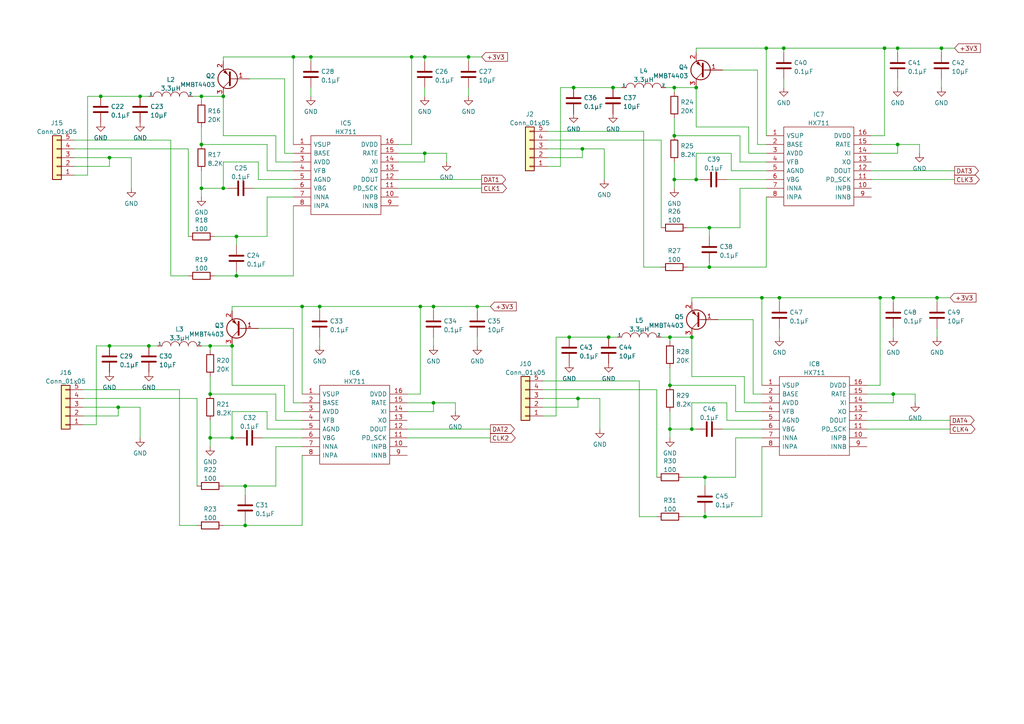
<source format=kicad_sch>
(kicad_sch (version 20211123) (generator eeschema)
  (paper "A4")
  (lib_symbols
    (symbol "Connector_Generic:Conn_01x05" (pin_names (offset 1.016) hide)
      (property "Reference" "J" (at 0 7.62 0))
      (property "Value" "Conn_01x05" (at 0 -7.62 0))
      (symbol "Conn_01x05_1_1"
        (rectangle (start -1.27 -4.953) (end 0 -5.207) (stroke (width 0.1524)))
        (rectangle (start -1.27 -2.413) (end 0 -2.667) (stroke (width 0.1524)))
        (rectangle (start -1.27 0.127) (end 0 -0.127) (stroke (width 0.1524)))
        (rectangle (start -1.27 2.667) (end 0 2.413) (stroke (width 0.1524)))
        (rectangle (start -1.27 5.207) (end 0 4.953) (stroke (width 0.1524)))
        (rectangle (start -1.27 6.35) (end 1.27 -6.35) (stroke (width 0.254)) (fill (type background)))
        (pin passive line (at -5.08 5.08 0) (length 3.81) (name "Pin_1") (number "1"))
        (pin passive line (at -5.08 2.54 0) (length 3.81) (name "Pin_2") (number "2"))
        (pin passive line (at -5.08 0 0) (length 3.81) (name "Pin_3") (number "3"))
        (pin passive line (at -5.08 -2.54 0) (length 3.81) (name "Pin_4") (number "4"))
        (pin passive line (at -5.08 -5.08 0) (length 3.81) (name "Pin_5") (number "5"))
      )
    )
    (symbol "Device:C" (pin_numbers hide) (pin_names (offset 0.254))
      (property "Reference" "C" (at 0.635 2.54 0))
      (property "Value" "C" (at 0.635 -2.54 0))
      (symbol "C_0_1"
        (polyline (pts (xy -2.032 -0.762) (xy 2.032 -0.762)) (stroke (width 0.508)))
        (polyline (pts (xy -2.032 0.762) (xy 2.032 0.762)) (stroke (width 0.508)))
      )
      (symbol "C_1_1"
        (pin passive line (at 0 3.81 270) (length 2.794) (name "~") (number "1"))
        (pin passive line (at 0 -3.81 90) (length 2.794) (name "~") (number "2"))
      )
    )
    (symbol "Device:R" (pin_numbers hide) (pin_names (offset 0))
      (property "Reference" "R" (at 2.032 0 90))
      (property "Value" "R" (at 0 0 90))
      (symbol "R_0_1"
        (rectangle (start -1.016 -2.54) (end 1.016 2.54) (stroke (width 0.254)))
      )
      (symbol "R_1_1"
        (pin passive line (at 0 3.81 270) (length 1.27) (name "~") (number "1"))
        (pin passive line (at 0 -3.81 90) (length 1.27) (name "~") (number "2"))
      )
    )
    (symbol "HX711:HX711" (pin_names (offset 0.762))
      (property "Reference" "IC" (at 26.67 7.62 0))
      (property "Value" "HX711" (at 26.67 5.08 0))
      (symbol "HX711_0_0"
        (pin passive line (at 0 0 0) (length 5.08) (name "VSUP") (number "1"))
        (pin passive line (at 30.48 -15.24 180) (length 5.08) (name "INPB") (number "10"))
        (pin passive line (at 30.48 -12.7 180) (length 5.08) (name "PD_SCK") (number "11"))
        (pin passive line (at 30.48 -10.16 180) (length 5.08) (name "DOUT") (number "12"))
        (pin passive line (at 30.48 -7.62 180) (length 5.08) (name "XO") (number "13"))
        (pin passive line (at 30.48 -5.08 180) (length 5.08) (name "XI") (number "14"))
        (pin passive line (at 30.48 -2.54 180) (length 5.08) (name "RATE") (number "15"))
        (pin passive line (at 30.48 0 180) (length 5.08) (name "DVDD") (number "16"))
        (pin passive line (at 0 -2.54 0) (length 5.08) (name "BASE") (number "2"))
        (pin passive line (at 0 -5.08 0) (length 5.08) (name "AVDD") (number "3"))
        (pin passive line (at 0 -7.62 0) (length 5.08) (name "VFB") (number "4"))
        (pin passive line (at 0 -10.16 0) (length 5.08) (name "AGND") (number "5"))
        (pin passive line (at 0 -12.7 0) (length 5.08) (name "VBG") (number "6"))
        (pin passive line (at 0 -15.24 0) (length 5.08) (name "INNA") (number "7"))
        (pin passive line (at 0 -17.78 0) (length 5.08) (name "INPA") (number "8"))
        (pin passive line (at 30.48 -17.78 180) (length 5.08) (name "INNB") (number "9"))
      )
      (symbol "HX711_0_1"
        (polyline (pts (xy 5.08 2.54) (xy 25.4 2.54) (xy 25.4 -20.32) (xy 5.08 -20.32) (xy 5.08 2.54)) (stroke (width 0.1524)))
      )
    )
    (symbol "Transistor_BJT:MMBTA92" (pin_names (offset 0) hide)
      (property "Reference" "Q" (at 5.08 1.905 0))
      (property "Value" "MMBTA92" (at 5.08 0 0))
      (symbol "MMBTA92_0_1"
        (polyline (pts (xy 0 0) (xy 0.635 0)))
        (polyline (pts (xy 2.54 -2.54) (xy 0.635 -0.635)))
        (polyline (pts (xy 2.54 2.54) (xy 0.635 0.635)))
        (polyline (pts (xy 0.635 1.905) (xy 0.635 -1.905) (xy 0.635 -1.905)) (stroke (width 0.508)) (fill (type outline)))
        (polyline (pts (xy 1.905 -2.413) (xy 2.413 -1.905) (xy 1.397 -1.397) (xy 1.905 -2.413) (xy 1.905 -2.413)) (fill (type outline)))
        (circle (center 1.27 0) (radius 2.8194) (stroke (width 0.254)))
      )
      (symbol "MMBTA92_1_1"
        (pin input line (at -5.08 0 0) (length 5.08) (name "B") (number "1"))
        (pin passive line (at 2.54 -5.08 90) (length 2.54) (name "E") (number "2"))
        (pin passive line (at 2.54 5.08 270) (length 2.54) (name "C") (number "3"))
      )
    )
    (symbol "power:GND" (power) (pin_names (offset 0))
      (property "Value" "GND" (at 0 -3.81 0))
      (symbol "GND_0_1"
        (polyline (pts (xy 0 0) (xy 0 -1.27) (xy 1.27 -1.27) (xy 0 -2.54) (xy -1.27 -1.27) (xy 0 -1.27)))
      )
      (symbol "GND_1_1"
        (pin power_in line (at 0 0 270) (length 0) hide (name "GND") (number "1"))
      )
    )
    (symbol "pspice:INDUCTOR" (pin_numbers hide) (pin_names (offset 0))
      (property "Reference" "L" (at 0 2.54 0))
      (property "Value" "INDUCTOR" (at 0 -1.27 0))
      (symbol "INDUCTOR_0_1"
        (arc (start -2.54 0) (mid -3.81 1.27) (end -5.08 0))
        (arc (start 0 0) (mid -1.27 1.27) (end -2.54 0))
        (arc (start 2.54 0) (mid 1.27 1.27) (end 0 0))
        (arc (start 5.08 0) (mid 3.81 1.27) (end 2.54 0))
      )
      (symbol "INDUCTOR_1_1"
        (pin input line (at -6.35 0 0) (length 1.27) (name "1") (number "1"))
        (pin input line (at 6.35 0 180) (length 1.27) (name "2") (number "2"))
      )
    )
  )
  (junction (at 40.64 27.94))
  (junction (at 71.12 152.4))
  (junction (at 260.35 41.91))
  (junction (at 227.33 13.97))
  (junction (at 204.47 138.43))
  (junction (at 31.75 45.72))
  (junction (at 167.64 115.57))
  (junction (at 68.58 68.58))
  (junction (at 200.66 124.46))
  (junction (at 34.29 118.11))
  (junction (at 123.19 44.45))
  (junction (at 90.17 16.51))
  (junction (at 168.91 43.18))
  (junction (at 204.47 149.86))
  (junction (at 71.12 140.97))
  (junction (at 60.96 114.3))
  (junction (at 125.73 116.84))
  (junction (at 177.8 25.4))
  (junction (at 29.21 27.94))
  (junction (at 220.98 86.36))
  (junction (at 201.93 25.4))
  (junction (at 176.53 97.79))
  (junction (at 58.42 54.61))
  (junction (at 64.77 27.94))
  (junction (at 135.89 16.51))
  (junction (at 67.31 127))
  (junction (at 259.08 114.3))
  (junction (at 123.19 16.51))
  (junction (at 205.74 66.04))
  (junction (at 205.74 77.47))
  (junction (at 64.77 54.61))
  (junction (at 195.58 25.4))
  (junction (at 260.35 13.97))
  (junction (at 226.06 86.36))
  (junction (at 138.43 88.9))
  (junction (at 271.78 86.36))
  (junction (at 87.63 88.9))
  (junction (at 121.92 88.9))
  (junction (at 259.08 86.36))
  (junction (at 92.71 88.9))
  (junction (at 166.37 25.4))
  (junction (at 125.73 88.9))
  (junction (at 194.31 111.76))
  (junction (at 165.1 97.79))
  (junction (at 255.27 86.36))
  (junction (at 195.58 39.37))
  (junction (at 119.38 16.51))
  (junction (at 43.18 100.33))
  (junction (at 60.96 100.33))
  (junction (at 273.05 13.97))
  (junction (at 195.58 52.07))
  (junction (at 194.31 124.46))
  (junction (at 58.42 27.94))
  (junction (at 201.93 52.07))
  (junction (at 58.42 41.91))
  (junction (at 60.96 127))
  (junction (at 222.25 13.97))
  (junction (at 194.31 97.79))
  (junction (at 256.54 13.97))
  (junction (at 200.66 97.79))
  (junction (at 31.75 100.33))
  (junction (at 67.31 100.33))
  (junction (at 85.09 16.51))
  (junction (at 68.58 80.01))
  (wire (pts (xy 259.08 86.36) (xy 271.78 86.36)))
  (wire (pts (xy 135.89 16.51) (xy 139.7 16.51)))
  (wire (pts (xy 77.47 41.91) (xy 58.42 41.91)))
  (wire (pts (xy 251.46 116.84) (xy 259.08 116.84)))
  (wire (pts (xy 259.08 114.3) (xy 259.08 116.84)))
  (wire (pts (xy 190.5 138.43) (xy 190.5 113.03)))
  (wire (pts (xy 205.74 77.47) (xy 222.25 77.47)))
  (wire (pts (xy 67.31 90.17) (xy 67.31 88.9)))
  (wire (pts (xy 168.91 43.18) (xy 158.75 43.18)))
  (wire (pts (xy 71.12 140.97) (xy 71.12 143.51)))
  (wire (pts (xy 175.26 43.18) (xy 168.91 43.18)))
  (wire (pts (xy 213.36 119.38) (xy 213.36 111.76)))
  (wire (pts (xy 67.31 100.33) (xy 67.31 111.76)))
  (wire (pts (xy 220.98 149.86) (xy 220.98 129.54)))
  (wire (pts (xy 58.42 36.83) (xy 58.42 41.91)))
  (wire (pts (xy 92.71 88.9) (xy 121.92 88.9)))
  (wire (pts (xy 29.21 27.94) (xy 40.64 27.94)))
  (wire (pts (xy 71.12 151.13) (xy 71.12 152.4)))
  (wire (pts (xy 195.58 52.07) (xy 195.58 54.61)))
  (wire (pts (xy 186.69 38.1) (xy 186.69 77.47)))
  (wire (pts (xy 214.63 66.04) (xy 214.63 54.61)))
  (wire (pts (xy 60.96 121.92) (xy 60.96 127)))
  (wire (pts (xy 213.36 111.76) (xy 194.31 111.76)))
  (wire (pts (xy 177.8 25.4) (xy 180.34 25.4)))
  (wire (pts (xy 87.63 88.9) (xy 87.63 114.3)))
  (wire (pts (xy 195.58 46.99) (xy 195.58 52.07)))
  (wire (pts (xy 115.57 54.61) (xy 139.7 54.61)))
  (wire (pts (xy 195.58 26.67) (xy 195.58 25.4)))
  (wire (pts (xy 138.43 88.9) (xy 142.24 88.9)))
  (wire (pts (xy 73.66 54.61) (xy 85.09 54.61)))
  (wire (pts (xy 176.53 97.79) (xy 179.07 97.79)))
  (wire (pts (xy 252.73 49.53) (xy 276.86 49.53)))
  (wire (pts (xy 220.98 119.38) (xy 213.36 119.38)))
  (wire (pts (xy 205.74 66.04) (xy 205.74 68.58)))
  (wire (pts (xy 200.66 86.36) (xy 220.98 86.36)))
  (wire (pts (xy 80.01 46.99) (xy 85.09 46.99)))
  (wire (pts (xy 123.19 16.51) (xy 123.19 17.78)))
  (wire (pts (xy 31.75 48.26) (xy 31.75 45.72)))
  (wire (pts (xy 119.38 41.91) (xy 115.57 41.91)))
  (wire (pts (xy 54.61 43.18) (xy 21.59 43.18)))
  (wire (pts (xy 191.77 97.79) (xy 194.31 97.79)))
  (wire (pts (xy 226.06 86.36) (xy 255.27 86.36)))
  (wire (pts (xy 255.27 86.36) (xy 259.08 86.36)))
  (wire (pts (xy 82.55 119.38) (xy 87.63 119.38)))
  (wire (pts (xy 67.31 119.38) (xy 77.47 119.38)))
  (wire (pts (xy 201.93 25.4) (xy 201.93 36.83)))
  (wire (pts (xy 74.93 95.25) (xy 85.09 95.25)))
  (wire (pts (xy 227.33 13.97) (xy 227.33 15.24)))
  (wire (pts (xy 64.77 27.94) (xy 64.77 39.37)))
  (wire (pts (xy 71.12 152.4) (xy 87.63 152.4)))
  (wire (pts (xy 60.96 100.33) (xy 67.31 100.33)))
  (wire (pts (xy 205.74 76.2) (xy 205.74 77.47)))
  (wire (pts (xy 58.42 54.61) (xy 64.77 54.61)))
  (wire (pts (xy 173.99 124.46) (xy 173.99 115.57)))
  (wire (pts (xy 90.17 16.51) (xy 119.38 16.51)))
  (wire (pts (xy 34.29 118.11) (xy 24.13 118.11)))
  (wire (pts (xy 80.01 114.3) (xy 60.96 114.3)))
  (wire (pts (xy 67.31 88.9) (xy 87.63 88.9)))
  (wire (pts (xy 123.19 25.4) (xy 123.19 27.94)))
  (wire (pts (xy 210.82 116.84) (xy 210.82 121.92)))
  (wire (pts (xy 266.7 41.91) (xy 266.7 44.45)))
  (wire (pts (xy 220.98 86.36) (xy 226.06 86.36)))
  (wire (pts (xy 125.73 88.9) (xy 125.73 90.17)))
  (wire (pts (xy 226.06 95.25) (xy 226.06 97.79)))
  (wire (pts (xy 209.55 124.46) (xy 220.98 124.46)))
  (wire (pts (xy 92.71 88.9) (xy 92.71 90.17)))
  (wire (pts (xy 119.38 16.51) (xy 123.19 16.51)))
  (wire (pts (xy 80.01 129.54) (xy 87.63 129.54)))
  (wire (pts (xy 218.44 92.71) (xy 218.44 114.3)))
  (wire (pts (xy 260.35 41.91) (xy 260.35 44.45)))
  (wire (pts (xy 87.63 121.92) (xy 80.01 121.92)))
  (wire (pts (xy 49.53 40.64) (xy 49.53 80.01)))
  (wire (pts (xy 55.88 27.94) (xy 58.42 27.94)))
  (wire (pts (xy 201.93 52.07) (xy 201.93 44.45)))
  (wire (pts (xy 157.48 118.11) (xy 167.64 118.11)))
  (wire (pts (xy 40.64 127) (xy 40.64 118.11)))
  (wire (pts (xy 58.42 27.94) (xy 64.77 27.94)))
  (wire (pts (xy 220.98 86.36) (xy 220.98 111.76)))
  (wire (pts (xy 260.35 13.97) (xy 273.05 13.97)))
  (wire (pts (xy 227.33 22.86) (xy 227.33 25.4)))
  (wire (pts (xy 132.08 116.84) (xy 132.08 119.38)))
  (wire (pts (xy 27.94 123.19) (xy 24.13 123.19)))
  (wire (pts (xy 215.9 109.22) (xy 215.9 116.84)))
  (wire (pts (xy 68.58 68.58) (xy 68.58 71.12)))
  (wire (pts (xy 255.27 86.36) (xy 255.27 111.76)))
  (wire (pts (xy 123.19 16.51) (xy 135.89 16.51)))
  (wire (pts (xy 82.55 22.86) (xy 82.55 44.45)))
  (wire (pts (xy 58.42 54.61) (xy 58.42 57.15)))
  (wire (pts (xy 273.05 13.97) (xy 276.86 13.97)))
  (wire (pts (xy 204.47 149.86) (xy 220.98 149.86)))
  (wire (pts (xy 190.5 113.03) (xy 157.48 113.03)))
  (wire (pts (xy 162.56 25.4) (xy 166.37 25.4)))
  (wire (pts (xy 222.25 41.91) (xy 219.71 41.91)))
  (wire (pts (xy 256.54 13.97) (xy 260.35 13.97)))
  (wire (pts (xy 271.78 86.36) (xy 271.78 87.63)))
  (wire (pts (xy 138.43 88.9) (xy 138.43 90.17)))
  (wire (pts (xy 200.66 97.79) (xy 200.66 109.22)))
  (wire (pts (xy 68.58 80.01) (xy 85.09 80.01)))
  (wire (pts (xy 85.09 95.25) (xy 85.09 116.84)))
  (wire (pts (xy 67.31 111.76) (xy 82.55 111.76)))
  (wire (pts (xy 64.77 152.4) (xy 71.12 152.4)))
  (wire (pts (xy 195.58 34.29) (xy 195.58 39.37)))
  (wire (pts (xy 222.25 46.99) (xy 214.63 46.99)))
  (wire (pts (xy 74.93 52.07) (xy 85.09 52.07)))
  (wire (pts (xy 203.2 52.07) (xy 201.93 52.07)))
  (wire (pts (xy 68.58 127) (xy 67.31 127)))
  (wire (pts (xy 92.71 97.79) (xy 92.71 100.33)))
  (wire (pts (xy 214.63 39.37) (xy 195.58 39.37)))
  (wire (pts (xy 85.09 16.51) (xy 90.17 16.51)))
  (wire (pts (xy 135.89 16.51) (xy 135.89 17.78)))
  (wire (pts (xy 251.46 114.3) (xy 259.08 114.3)))
  (wire (pts (xy 118.11 127) (xy 142.24 127)))
  (wire (pts (xy 60.96 101.6) (xy 60.96 100.33)))
  (wire (pts (xy 25.4 27.94) (xy 29.21 27.94)))
  (wire (pts (xy 80.01 140.97) (xy 71.12 140.97)))
  (wire (pts (xy 260.35 41.91) (xy 266.7 41.91)))
  (wire (pts (xy 252.73 41.91) (xy 260.35 41.91)))
  (wire (pts (xy 80.01 140.97) (xy 80.01 129.54)))
  (wire (pts (xy 212.09 49.53) (xy 222.25 49.53)))
  (wire (pts (xy 185.42 110.49) (xy 185.42 149.86)))
  (wire (pts (xy 64.77 16.51) (xy 85.09 16.51)))
  (wire (pts (xy 256.54 39.37) (xy 252.73 39.37)))
  (wire (pts (xy 60.96 127) (xy 67.31 127)))
  (wire (pts (xy 40.64 27.94) (xy 43.18 27.94)))
  (wire (pts (xy 200.66 116.84) (xy 210.82 116.84)))
  (wire (pts (xy 52.07 113.03) (xy 52.07 152.4)))
  (wire (pts (xy 62.23 68.58) (xy 68.58 68.58)))
  (wire (pts (xy 76.2 127) (xy 87.63 127)))
  (wire (pts (xy 60.96 109.22) (xy 60.96 114.3)))
  (wire (pts (xy 157.48 110.49) (xy 185.42 110.49)))
  (wire (pts (xy 118.11 124.46) (xy 142.24 124.46)))
  (wire (pts (xy 273.05 13.97) (xy 273.05 15.24)))
  (wire (pts (xy 40.64 118.11) (xy 34.29 118.11)))
  (wire (pts (xy 85.09 49.53) (xy 77.47 49.53)))
  (wire (pts (xy 85.09 16.51) (xy 85.09 41.91)))
  (wire (pts (xy 226.06 86.36) (xy 226.06 87.63)))
  (wire (pts (xy 217.17 44.45) (xy 222.25 44.45)))
  (wire (pts (xy 199.39 66.04) (xy 205.74 66.04)))
  (wire (pts (xy 87.63 152.4) (xy 87.63 132.08)))
  (wire (pts (xy 80.01 39.37) (xy 80.01 46.99)))
  (wire (pts (xy 213.36 127) (xy 220.98 127)))
  (wire (pts (xy 214.63 66.04) (xy 205.74 66.04)))
  (wire (pts (xy 66.04 54.61) (xy 64.77 54.61)))
  (wire (pts (xy 31.75 100.33) (xy 43.18 100.33)))
  (wire (pts (xy 256.54 13.97) (xy 256.54 39.37)))
  (wire (pts (xy 161.29 120.65) (xy 157.48 120.65)))
  (wire (pts (xy 194.31 119.38) (xy 194.31 124.46)))
  (wire (pts (xy 251.46 124.46) (xy 275.59 124.46)))
  (wire (pts (xy 77.47 49.53) (xy 77.47 41.91)))
  (wire (pts (xy 158.75 38.1) (xy 186.69 38.1)))
  (wire (pts (xy 85.09 44.45) (xy 82.55 44.45)))
  (wire (pts (xy 220.98 114.3) (xy 218.44 114.3)))
  (wire (pts (xy 213.36 138.43) (xy 204.47 138.43)))
  (wire (pts (xy 38.1 45.72) (xy 31.75 45.72)))
  (wire (pts (xy 194.31 97.79) (xy 200.66 97.79)))
  (wire (pts (xy 195.58 52.07) (xy 201.93 52.07)))
  (wire (pts (xy 200.66 109.22) (xy 215.9 109.22)))
  (wire (pts (xy 204.47 148.59) (xy 204.47 149.86)))
  (wire (pts (xy 161.29 97.79) (xy 165.1 97.79)))
  (wire (pts (xy 49.53 80.01) (xy 54.61 80.01)))
  (wire (pts (xy 210.82 52.07) (xy 222.25 52.07)))
  (wire (pts (xy 64.77 39.37) (xy 80.01 39.37)))
  (wire (pts (xy 208.28 92.71) (xy 218.44 92.71)))
  (wire (pts (xy 90.17 25.4) (xy 90.17 27.94)))
  (wire (pts (xy 194.31 99.06) (xy 194.31 97.79)))
  (wire (pts (xy 34.29 120.65) (xy 34.29 118.11)))
  (wire (pts (xy 67.31 127) (xy 67.31 119.38)))
  (wire (pts (xy 68.58 78.74) (xy 68.58 80.01)))
  (wire (pts (xy 199.39 77.47) (xy 205.74 77.47)))
  (wire (pts (xy 125.73 97.79) (xy 125.73 100.33)))
  (wire (pts (xy 259.08 86.36) (xy 259.08 87.63)))
  (wire (pts (xy 222.25 13.97) (xy 222.25 39.37)))
  (wire (pts (xy 201.93 36.83) (xy 217.17 36.83)))
  (wire (pts (xy 194.31 124.46) (xy 200.66 124.46)))
  (wire (pts (xy 213.36 138.43) (xy 213.36 127)))
  (wire (pts (xy 82.55 111.76) (xy 82.55 119.38)))
  (wire (pts (xy 115.57 46.99) (xy 123.19 46.99)))
  (wire (pts (xy 64.77 17.78) (xy 64.77 16.51)))
  (wire (pts (xy 271.78 95.25) (xy 271.78 97.79)))
  (wire (pts (xy 215.9 116.84) (xy 220.98 116.84)))
  (wire (pts (xy 198.12 138.43) (xy 204.47 138.43)))
  (wire (pts (xy 64.77 46.99) (xy 74.93 46.99)))
  (wire (pts (xy 227.33 13.97) (xy 256.54 13.97)))
  (wire (pts (xy 222.25 13.97) (xy 227.33 13.97)))
  (wire (pts (xy 115.57 52.07) (xy 139.7 52.07)))
  (wire (pts (xy 90.17 16.51) (xy 90.17 17.78)))
  (wire (pts (xy 24.13 113.03) (xy 52.07 113.03)))
  (wire (pts (xy 80.01 121.92) (xy 80.01 114.3)))
  (wire (pts (xy 191.77 40.64) (xy 158.75 40.64)))
  (wire (pts (xy 77.47 124.46) (xy 87.63 124.46)))
  (wire (pts (xy 58.42 100.33) (xy 60.96 100.33)))
  (wire (pts (xy 158.75 45.72) (xy 168.91 45.72)))
  (wire (pts (xy 200.66 87.63) (xy 200.66 86.36)))
  (wire (pts (xy 52.07 152.4) (xy 57.15 152.4)))
  (wire (pts (xy 27.94 100.33) (xy 27.94 123.19)))
  (wire (pts (xy 62.23 80.01) (xy 68.58 80.01)))
  (wire (pts (xy 57.15 115.57) (xy 24.13 115.57)))
  (wire (pts (xy 259.08 114.3) (xy 265.43 114.3)))
  (wire (pts (xy 38.1 54.61) (xy 38.1 45.72)))
  (wire (pts (xy 87.63 116.84) (xy 85.09 116.84)))
  (wire (pts (xy 119.38 16.51) (xy 119.38 41.91)))
  (wire (pts (xy 195.58 25.4) (xy 201.93 25.4)))
  (wire (pts (xy 251.46 121.92) (xy 275.59 121.92)))
  (wire (pts (xy 204.47 138.43) (xy 204.47 140.97)))
  (wire (pts (xy 58.42 29.21) (xy 58.42 27.94)))
  (wire (pts (xy 161.29 97.79) (xy 161.29 120.65)))
  (wire (pts (xy 162.56 48.26) (xy 158.75 48.26)))
  (wire (pts (xy 214.63 54.61) (xy 222.25 54.61)))
  (wire (pts (xy 60.96 127) (xy 60.96 129.54)))
  (wire (pts (xy 85.09 80.01) (xy 85.09 59.69)))
  (wire (pts (xy 168.91 45.72) (xy 168.91 43.18)))
  (wire (pts (xy 271.78 86.36) (xy 275.59 86.36)))
  (wire (pts (xy 201.93 15.24) (xy 201.93 13.97)))
  (wire (pts (xy 212.09 44.45) (xy 212.09 49.53)))
  (wire (pts (xy 118.11 116.84) (xy 125.73 116.84)))
  (wire (pts (xy 194.31 106.68) (xy 194.31 111.76)))
  (wire (pts (xy 200.66 124.46) (xy 200.66 116.84)))
  (wire (pts (xy 209.55 20.32) (xy 219.71 20.32)))
  (wire (pts (xy 201.93 44.45) (xy 212.09 44.45)))
  (wire (pts (xy 115.57 44.45) (xy 123.19 44.45)))
  (wire (pts (xy 162.56 25.4) (xy 162.56 48.26)))
  (wire (pts (xy 123.19 44.45) (xy 129.54 44.45)))
  (wire (pts (xy 64.77 140.97) (xy 71.12 140.97)))
  (wire (pts (xy 210.82 121.92) (xy 220.98 121.92)))
  (wire (pts (xy 260.35 13.97) (xy 260.35 15.24)))
  (wire (pts (xy 74.93 46.99) (xy 74.93 52.07)))
  (wire (pts (xy 125.73 116.84) (xy 125.73 119.38)))
  (wire (pts (xy 222.25 77.47) (xy 222.25 57.15)))
  (wire (pts (xy 167.64 118.11) (xy 167.64 115.57)))
  (wire (pts (xy 58.42 49.53) (xy 58.42 54.61)))
  (wire (pts (xy 166.37 25.4) (xy 177.8 25.4)))
  (wire (pts (xy 129.54 44.45) (xy 129.54 46.99)))
  (wire (pts (xy 175.26 52.07) (xy 175.26 43.18)))
  (wire (pts (xy 201.93 124.46) (xy 200.66 124.46)))
  (wire (pts (xy 87.63 88.9) (xy 92.71 88.9)))
  (wire (pts (xy 57.15 140.97) (xy 57.15 115.57)))
  (wire (pts (xy 135.89 25.4) (xy 135.89 27.94)))
  (wire (pts (xy 165.1 97.79) (xy 176.53 97.79)))
  (wire (pts (xy 77.47 68.58) (xy 68.58 68.58)))
  (wire (pts (xy 24.13 120.65) (xy 34.29 120.65)))
  (wire (pts (xy 125.73 116.84) (xy 132.08 116.84)))
  (wire (pts (xy 260.35 22.86) (xy 260.35 25.4)))
  (wire (pts (xy 31.75 45.72) (xy 21.59 45.72)))
  (wire (pts (xy 77.47 68.58) (xy 77.47 57.15)))
  (wire (pts (xy 27.94 100.33) (xy 31.75 100.33)))
  (wire (pts (xy 217.17 36.83) (xy 217.17 44.45)))
  (wire (pts (xy 125.73 88.9) (xy 138.43 88.9)))
  (wire (pts (xy 198.12 149.86) (xy 204.47 149.86)))
  (wire (pts (xy 185.42 149.86) (xy 190.5 149.86)))
  (wire (pts (xy 123.19 44.45) (xy 123.19 46.99)))
  (wire (pts (xy 21.59 48.26) (xy 31.75 48.26)))
  (wire (pts (xy 252.73 52.07) (xy 276.86 52.07)))
  (wire (pts (xy 121.92 114.3) (xy 118.11 114.3)))
  (wire (pts (xy 255.27 111.76) (xy 251.46 111.76)))
  (wire (pts (xy 21.59 40.64) (xy 49.53 40.64)))
  (wire (pts (xy 273.05 22.86) (xy 273.05 25.4)))
  (wire (pts (xy 72.39 22.86) (xy 82.55 22.86)))
  (wire (pts (xy 138.43 97.79) (xy 138.43 100.33)))
  (wire (pts (xy 43.18 100.33) (xy 45.72 100.33)))
  (wire (pts (xy 25.4 50.8) (xy 21.59 50.8)))
  (wire (pts (xy 191.77 66.04) (xy 191.77 40.64)))
  (wire (pts (xy 252.73 44.45) (xy 260.35 44.45)))
  (wire (pts (xy 265.43 114.3) (xy 265.43 116.84)))
  (wire (pts (xy 219.71 20.32) (xy 219.71 41.91)))
  (wire (pts (xy 121.92 88.9) (xy 121.92 114.3)))
  (wire (pts (xy 214.63 46.99) (xy 214.63 39.37)))
  (wire (pts (xy 54.61 68.58) (xy 54.61 43.18)))
  (wire (pts (xy 118.11 119.38) (xy 125.73 119.38)))
  (wire (pts (xy 64.77 54.61) (xy 64.77 46.99)))
  (wire (pts (xy 121.92 88.9) (xy 125.73 88.9)))
  (wire (pts (xy 77.47 57.15) (xy 85.09 57.15)))
  (wire (pts (xy 25.4 27.94) (xy 25.4 50.8)))
  (wire (pts (xy 173.99 115.57) (xy 167.64 115.57)))
  (wire (pts (xy 77.47 119.38) (xy 77.47 124.46)))
  (wire (pts (xy 194.31 124.46) (xy 194.31 127)))
  (wire (pts (xy 201.93 13.97) (xy 222.25 13.97)))
  (wire (pts (xy 193.04 25.4) (xy 195.58 25.4)))
  (wire (pts (xy 259.08 95.25) (xy 259.08 97.79)))
  (wire (pts (xy 186.69 77.47) (xy 191.77 77.47)))
  (wire (pts (xy 167.64 115.57) (xy 157.48 115.57)))
  (global_label "CLK1" (shape output) (at 139.7 54.61 0) (property "Intersheet References" "${INTERSHEET_REFS}" (effects hide)))
  (global_label "DAT1" (shape output) (at 139.7 52.07 0) (property "Intersheet References" "${INTERSHEET_REFS}" (effects hide)))
  (global_label "CLK2" (shape output) (at 142.24 127 0) (property "Intersheet References" "${INTERSHEET_REFS}" (effects hide)))
  (global_label "+3V3" (shape input) (at 276.86 13.97 0) (property "Intersheet References" "${INTERSHEET_REFS}" (effects hide)))
  (global_label "+3V3" (shape input) (at 275.59 86.36 0) (property "Intersheet References" "${INTERSHEET_REFS}" (effects hide)))
  (global_label "+3V3" (shape input) (at 139.7 16.51 0) (property "Intersheet References" "${INTERSHEET_REFS}" (effects hide)))
  (global_label "DAT2" (shape output) (at 142.24 124.46 0) (property "Intersheet References" "${INTERSHEET_REFS}" (effects hide)))
  (global_label "+3V3" (shape input) (at 142.24 88.9 0) (property "Intersheet References" "${INTERSHEET_REFS}" (effects hide)))
  (global_label "DAT4" (shape output) (at 275.59 121.92 0) (property "Intersheet References" "${INTERSHEET_REFS}" (effects hide)))
  (global_label "CLK3" (shape output) (at 276.86 52.07 0) (property "Intersheet References" "${INTERSHEET_REFS}" (effects hide)))
  (global_label "DAT3" (shape output) (at 276.86 49.53 0) (property "Intersheet References" "${INTERSHEET_REFS}" (effects hide)))
  (global_label "CLK4" (shape output) (at 275.59 124.46 0) (property "Intersheet References" "${INTERSHEET_REFS}" (effects hide)))
  (symbol (lib_id "power:GND") (at 259.08 97.79 0) (unit 1)
    (property "Reference" "#PWR0189" (effects hide))
    (property "Value" "GND" (at 259.08 102.2334 0))
  )
  (symbol (lib_id "Device:C") (at 29.21 31.75 0) (unit 1)
    (property "Reference" "C22" (at 32.131 30.9153 0) (effects (justify left)))
    (property "Value" "0.1µF" (at 32.131 33.4522 0) (effects (justify left)))
    (property "Footprint" "Capacitor_SMD:C_0603_1608Metric" (effects hide))
  )
  (symbol (lib_id "Device:C") (at 165.1 101.6 0) (unit 1)
    (property "Reference" "C43" (at 168.021 100.7653 0) (effects (justify left)))
    (property "Value" "0.1µF" (at 168.021 103.3022 0) (effects (justify left)))
    (property "Footprint" "Capacitor_SMD:C_0603_1608Metric" (effects hide))
  )
  (symbol (lib_id "Device:R") (at 194.31 102.87 0) (unit 1)
    (property "Reference" "R28" (at 196.088 102.0353 0) (effects (justify left)))
    (property "Value" "20K" (at 196.088 104.5722 0) (effects (justify left)))
    (property "Footprint" "Resistor_SMD:R_0603_1608Metric" (effects hide))
  )
  (symbol (lib_id "Device:C") (at 259.08 91.44 0) (unit 1)
    (property "Reference" "C48" (at 262.001 90.6053 0) (effects (justify left)))
    (property "Value" "0.1µF" (at 262.001 93.1422 0) (effects (justify left)))
    (property "Footprint" "Capacitor_SMD:C_0603_1608Metric" (effects hide))
  )
  (symbol (lib_id "Transistor_BJT:MMBTA92") (at 204.47 20.32 180) (unit 1)
    (property "Reference" "Q4" (at 199.6186 19.4853 0) (effects (justify left)))
    (property "Value" "MMBT4403" (at 199.6186 22.0222 0) (effects (justify left)))
    (property "Footprint" "Package_TO_SOT_SMD:SOT-23" (effects hide))
    (property "Datasheet" "https://www.onsemi.com/pub/Collateral/MMBTA92LT1-D.PDF" (effects hide))
  )
  (symbol (lib_id "power:GND") (at 31.75 107.95 0) (unit 1)
    (property "Reference" "#PWR0180" (effects hide))
    (property "Value" "GND" (at 31.75 112.3934 0))
  )
  (symbol (lib_id "power:GND") (at 60.96 129.54 0) (unit 1)
    (property "Reference" "#PWR0178" (effects hide))
    (property "Value" "GND" (at 60.96 133.9834 0))
  )
  (symbol (lib_id "power:GND") (at 29.21 35.56 0) (unit 1)
    (property "Reference" "#PWR0170" (effects hide))
    (property "Value" "GND" (at 29.21 40.0034 0))
  )
  (symbol (lib_id "Device:R") (at 195.58 30.48 0) (unit 1)
    (property "Reference" "R24" (at 197.358 29.6453 0) (effects (justify left)))
    (property "Value" "20K" (at 197.358 32.1822 0) (effects (justify left)))
    (property "Footprint" "Resistor_SMD:R_0603_1608Metric" (effects hide))
  )
  (symbol (lib_id "Transistor_BJT:MMBTA92") (at 203.2 92.71 180) (unit 1)
    (property "Reference" "Q5" (at 198.3486 91.8753 0) (effects (justify left)))
    (property "Value" "MMBT4403" (at 198.3486 94.4122 0) (effects (justify left)))
    (property "Footprint" "Package_TO_SOT_SMD:SOT-23" (effects hide))
    (property "Datasheet" "https://www.onsemi.com/pub/Collateral/MMBTA92LT1-D.PDF" (effects hide))
  )
  (symbol (lib_id "Device:C") (at 227.33 19.05 0) (unit 1)
    (property "Reference" "C40" (at 230.251 18.2153 0) (effects (justify left)))
    (property "Value" "0.1µF" (at 230.251 20.7522 0) (effects (justify left)))
    (property "Footprint" "Capacitor_SMD:C_0603_1608Metric" (effects hide))
  )
  (symbol (lib_id "Device:C") (at 207.01 52.07 90) (unit 1)
    (property "Reference" "C39" (at 207.01 46.2112 90))
    (property "Value" "0.1µF" (at 207.01 48.7481 90))
    (property "Footprint" "Capacitor_SMD:C_0603_1608Metric" (effects hide))
  )
  (symbol (lib_id "Device:C") (at 71.12 147.32 0) (unit 1)
    (property "Reference" "C31" (at 74.041 146.4853 0) (effects (justify left)))
    (property "Value" "0.1µF" (at 74.041 149.0222 0) (effects (justify left)))
    (property "Footprint" "Capacitor_SMD:C_0603_1608Metric" (effects hide))
  )
  (symbol (lib_id "pspice:INDUCTOR") (at 52.07 100.33 0) (unit 1)
    (property "Reference" "L3" (at 52.07 95.4872 0))
    (property "Value" "3.3µH" (at 52.07 98.0241 0))
    (property "Footprint" "Inductor_SMD:L_0603_1608Metric" (effects hide))
  )
  (symbol (lib_id "power:GND") (at 226.06 97.79 0) (unit 1)
    (property "Reference" "#PWR0187" (effects hide))
    (property "Value" "GND" (at 226.06 102.2334 0))
  )
  (symbol (lib_id "power:GND") (at 123.19 27.94 0) (unit 1)
    (property "Reference" "#PWR0167" (effects hide))
    (property "Value" "GND" (at 123.19 32.3834 0))
  )
  (symbol (lib_id "pspice:INDUCTOR") (at 49.53 27.94 0) (unit 1)
    (property "Reference" "L2" (at 49.53 23.0972 0))
    (property "Value" "3.3µH" (at 49.53 25.6341 0))
    (property "Footprint" "Inductor_SMD:L_0603_1608Metric" (effects hide))
  )
  (symbol (lib_id "power:GND") (at 166.37 33.02 0) (unit 1)
    (property "Reference" "#PWR0139" (effects hide))
    (property "Value" "GND" (at 166.37 37.4634 0))
  )
  (symbol (lib_id "Device:C") (at 90.17 21.59 0) (unit 1)
    (property "Reference" "C28" (at 93.091 20.7553 0) (effects (justify left)))
    (property "Value" "0.1µF" (at 93.091 23.2922 0) (effects (justify left)))
    (property "Footprint" "Capacitor_SMD:C_0603_1608Metric" (effects hide))
  )
  (symbol (lib_id "Device:R") (at 60.96 152.4 270) (unit 1)
    (property "Reference" "R23" (at 60.96 147.6842 90))
    (property "Value" "100" (at 60.96 150.2211 90))
    (property "Footprint" "Resistor_SMD:R_0603_1608Metric" (effects hide))
  )
  (symbol (lib_id "Device:R") (at 58.42 68.58 270) (unit 1)
    (property "Reference" "R18" (at 58.42 63.8642 90))
    (property "Value" "100" (at 58.42 66.4011 90))
    (property "Footprint" "Resistor_SMD:R_0603_1608Metric" (effects hide))
  )
  (symbol (lib_id "Device:C") (at 135.89 21.59 0) (unit 1)
    (property "Reference" "C27" (at 138.811 20.7553 0) (effects (justify left)))
    (property "Value" "10µF" (at 138.811 23.2922 0) (effects (justify left)))
    (property "Footprint" "Capacitor_SMD:C_0805_2012Metric" (effects hide))
  )
  (symbol (lib_id "power:GND") (at 176.53 105.41 0) (unit 1)
    (property "Reference" "#PWR0183" (effects hide))
    (property "Value" "GND" (at 176.53 109.8534 0))
  )
  (symbol (lib_id "Device:C") (at 177.8 29.21 0) (unit 1)
    (property "Reference" "C37" (at 180.721 28.3753 0) (effects (justify left)))
    (property "Value" "10µF" (at 180.721 30.9122 0) (effects (justify left)))
    (property "Footprint" "Capacitor_SMD:C_0805_2012Metric" (effects hide))
  )
  (symbol (lib_id "Connector_Generic:Conn_01x05") (at 153.67 43.18 180) (unit 1)
    (property "Reference" "J2" (at 153.67 33.1302 0))
    (property "Value" "Conn_01x05" (at 153.67 35.6671 0))
    (property "Footprint" "Empreintes:connecteurs5" (effects hide))
  )
  (symbol (lib_id "Device:R") (at 194.31 138.43 270) (unit 1)
    (property "Reference" "R30" (at 194.31 133.7142 90))
    (property "Value" "100" (at 194.31 136.2511 90))
    (property "Footprint" "Resistor_SMD:R_0603_1608Metric" (effects hide))
  )
  (symbol (lib_id "power:GND") (at 40.64 35.56 0) (unit 1)
    (property "Reference" "#PWR0171" (effects hide))
    (property "Value" "GND" (at 40.64 40.0034 0))
  )
  (symbol (lib_id "Device:R") (at 60.96 118.11 0) (unit 1)
    (property "Reference" "R21" (at 62.738 117.2753 0) (effects (justify left)))
    (property "Value" "8.2K" (at 62.738 119.8122 0) (effects (justify left)))
    (property "Footprint" "Resistor_SMD:R_0603_1608Metric" (effects hide))
  )
  (symbol (lib_id "pspice:INDUCTOR") (at 185.42 97.79 0) (unit 1)
    (property "Reference" "L5" (at 185.42 92.9472 0))
    (property "Value" "3.3µH" (at 185.42 95.4841 0))
    (property "Footprint" "Inductor_SMD:L_0603_1608Metric" (effects hide))
  )
  (symbol (lib_id "Connector_Generic:Conn_01x05") (at 16.51 45.72 180) (unit 1)
    (property "Reference" "J15" (at 16.51 35.6702 0))
    (property "Value" "Conn_01x05" (at 16.51 38.2071 0))
    (property "Footprint" "Empreintes:connecteurs5" (effects hide))
  )
  (symbol (lib_id "power:GND") (at 40.64 127 0) (unit 1)
    (property "Reference" "#PWR0179" (effects hide))
    (property "Value" "GND" (at 40.64 131.4434 0))
  )
  (symbol (lib_id "HX711:HX711") (at 87.63 114.3 0) (unit 1)
    (property "Reference" "IC6" (at 102.87 108.111 0))
    (property "Value" "HX711" (at 102.87 110.6479 0))
    (property "Footprint" "Empreintes:SOIC127P600X160-16N" (effects hide))
    (property "Datasheet" "https://cdn.sparkfun.com/datasheets/Sensors/ForceFlex/hx711_english.pdf" (effects hide))
    (property "Description" "24-Bit Analog-to-Digital Converter (ADC) for Weigh Scale" (effects hide))
    (property "Height" "1.6" (effects hide))
    (property "Manufacturer_Name" "AVIA Semiconductor" (effects hide))
    (property "Manufacturer_Part_Number" "HX711" (effects hide))
  )
  (symbol (lib_id "power:GND") (at 194.31 127 0) (unit 1)
    (property "Reference" "#PWR0184" (effects hide))
    (property "Value" "GND" (at 194.31 131.4434 0))
  )
  (symbol (lib_id "Device:R") (at 195.58 66.04 270) (unit 1)
    (property "Reference" "R26" (at 195.58 61.3242 90))
    (property "Value" "100" (at 195.58 63.8611 90))
    (property "Footprint" "Resistor_SMD:R_0603_1608Metric" (effects hide))
  )
  (symbol (lib_id "power:GND") (at 175.26 52.07 0) (unit 1)
    (property "Reference" "#PWR0147" (effects hide))
    (property "Value" "GND" (at 175.26 56.5134 0))
  )
  (symbol (lib_id "Device:C") (at 92.71 93.98 0) (unit 1)
    (property "Reference" "C33" (at 95.631 93.1453 0) (effects (justify left)))
    (property "Value" "0.1µF" (at 95.631 95.6822 0) (effects (justify left)))
    (property "Footprint" "Capacitor_SMD:C_0603_1608Metric" (effects hide))
  )
  (symbol (lib_id "power:GND") (at 129.54 46.99 0) (unit 1)
    (property "Reference" "#PWR0169" (effects hide))
    (property "Value" "GND" (at 129.54 51.4334 0))
  )
  (symbol (lib_id "Device:C") (at 205.74 72.39 0) (unit 1)
    (property "Reference" "C38" (at 208.661 71.5553 0) (effects (justify left)))
    (property "Value" "0.1µF" (at 208.661 74.0922 0) (effects (justify left)))
    (property "Footprint" "Capacitor_SMD:C_0603_1608Metric" (effects hide))
  )
  (symbol (lib_id "pspice:INDUCTOR") (at 186.69 25.4 0) (unit 1)
    (property "Reference" "L4" (at 186.69 20.5572 0))
    (property "Value" "3.3µH" (at 186.69 23.0941 0))
    (property "Footprint" "Inductor_SMD:L_0603_1608Metric" (effects hide))
  )
  (symbol (lib_id "Connector_Generic:Conn_01x05") (at 152.4 115.57 180) (unit 1)
    (property "Reference" "J10" (at 152.4 105.5202 0))
    (property "Value" "Conn_01x05" (at 152.4 108.0571 0))
    (property "Footprint" "Empreintes:connecteurs5" (effects hide))
  )
  (symbol (lib_id "Device:R") (at 195.58 43.18 0) (unit 1)
    (property "Reference" "R25" (at 197.358 42.3453 0) (effects (justify left)))
    (property "Value" "8.2K" (at 197.358 44.8822 0) (effects (justify left)))
    (property "Footprint" "Resistor_SMD:R_0603_1608Metric" (effects hide))
  )
  (symbol (lib_id "power:GND") (at 58.42 57.15 0) (unit 1)
    (property "Reference" "#PWR0166" (effects hide))
    (property "Value" "GND" (at 58.42 61.5934 0))
  )
  (symbol (lib_id "HX711:HX711") (at 220.98 111.76 0) (unit 1)
    (property "Reference" "IC8" (at 236.22 105.571 0))
    (property "Value" "HX711" (at 236.22 108.1079 0))
    (property "Footprint" "Empreintes:SOIC127P600X160-16N" (effects hide))
    (property "Datasheet" "https://cdn.sparkfun.com/datasheets/Sensors/ForceFlex/hx711_english.pdf" (effects hide))
    (property "Description" "24-Bit Analog-to-Digital Converter (ADC) for Weigh Scale" (effects hide))
    (property "Height" "1.6" (effects hide))
    (property "Manufacturer_Name" "AVIA Semiconductor" (effects hide))
    (property "Manufacturer_Part_Number" "HX711" (effects hide))
  )
  (symbol (lib_id "Device:R") (at 194.31 115.57 0) (unit 1)
    (property "Reference" "R29" (at 196.088 114.7353 0) (effects (justify left)))
    (property "Value" "8.2K" (at 196.088 117.2722 0) (effects (justify left)))
    (property "Footprint" "Resistor_SMD:R_0603_1608Metric" (effects hide))
  )
  (symbol (lib_id "Device:R") (at 58.42 33.02 0) (unit 1)
    (property "Reference" "R16" (at 60.198 32.1853 0) (effects (justify left)))
    (property "Value" "20K" (at 60.198 34.7222 0) (effects (justify left)))
    (property "Footprint" "Resistor_SMD:R_0603_1608Metric" (effects hide))
  )
  (symbol (lib_id "HX711:HX711") (at 222.25 39.37 0) (unit 1)
    (property "Reference" "IC7" (at 237.49 33.181 0))
    (property "Value" "HX711" (at 237.49 35.7179 0))
    (property "Footprint" "Empreintes:SOIC127P600X160-16N" (effects hide))
    (property "Datasheet" "https://cdn.sparkfun.com/datasheets/Sensors/ForceFlex/hx711_english.pdf" (effects hide))
    (property "Description" "24-Bit Analog-to-Digital Converter (ADC) for Weigh Scale" (effects hide))
    (property "Height" "1.6" (effects hide))
    (property "Manufacturer_Name" "AVIA Semiconductor" (effects hide))
    (property "Manufacturer_Part_Number" "HX711" (effects hide))
  )
  (symbol (lib_id "power:GND") (at 125.73 100.33 0) (unit 1)
    (property "Reference" "#PWR0174" (effects hide))
    (property "Value" "GND" (at 125.73 104.7734 0))
  )
  (symbol (lib_id "Device:C") (at 72.39 127 90) (unit 1)
    (property "Reference" "C32" (at 72.39 121.1412 90))
    (property "Value" "0.1µF" (at 72.39 123.6781 90))
    (property "Footprint" "Capacitor_SMD:C_0603_1608Metric" (effects hide))
  )
  (symbol (lib_id "Transistor_BJT:MMBTA92") (at 67.31 22.86 180) (unit 1)
    (property "Reference" "Q2" (at 62.4586 22.0253 0) (effects (justify left)))
    (property "Value" "MMBT4403" (at 62.4586 24.5622 0) (effects (justify left)))
    (property "Footprint" "Package_TO_SOT_SMD:SOT-23" (effects hide))
    (property "Datasheet" "https://www.onsemi.com/pub/Collateral/MMBTA92LT1-D.PDF" (effects hide))
  )
  (symbol (lib_id "Device:C") (at 69.85 54.61 90) (unit 1)
    (property "Reference" "C25" (at 69.85 48.7512 90))
    (property "Value" "0.1µF" (at 69.85 51.2881 90))
    (property "Footprint" "Capacitor_SMD:C_0603_1608Metric" (effects hide))
  )
  (symbol (lib_id "Transistor_BJT:MMBTA92") (at 69.85 95.25 180) (unit 1)
    (property "Reference" "Q3" (at 64.9986 94.4153 0) (effects (justify left)))
    (property "Value" "MMBT4403" (at 64.9986 96.9522 0) (effects (justify left)))
    (property "Footprint" "Package_TO_SOT_SMD:SOT-23" (effects hide))
    (property "Datasheet" "https://www.onsemi.com/pub/Collateral/MMBTA92LT1-D.PDF" (effects hide))
  )
  (symbol (lib_id "Device:C") (at 125.73 93.98 0) (unit 1)
    (property "Reference" "C34" (at 128.651 93.1453 0) (effects (justify left)))
    (property "Value" "0.1µF" (at 128.651 95.6822 0) (effects (justify left)))
    (property "Footprint" "Capacitor_SMD:C_0603_1608Metric" (effects hide))
  )
  (symbol (lib_id "power:GND") (at 271.78 97.79 0) (unit 1)
    (property "Reference" "#PWR0188" (effects hide))
    (property "Value" "GND" (at 271.78 102.2334 0))
  )
  (symbol (lib_id "HX711:HX711") (at 85.09 41.91 0) (unit 1)
    (property "Reference" "IC5" (at 100.33 35.721 0))
    (property "Value" "HX711" (at 100.33 38.2579 0))
    (property "Footprint" "Empreintes:SOIC127P600X160-16N" (effects hide))
    (property "Datasheet" "https://cdn.sparkfun.com/datasheets/Sensors/ForceFlex/hx711_english.pdf" (effects hide))
    (property "Description" "24-Bit Analog-to-Digital Converter (ADC) for Weigh Scale" (effects hide))
    (property "Height" "1.6" (effects hide))
    (property "Manufacturer_Name" "AVIA Semiconductor" (effects hide))
    (property "Manufacturer_Part_Number" "HX711" (effects hide))
  )
  (symbol (lib_id "power:GND") (at 273.05 25.4 0) (unit 1)
    (property "Reference" "#PWR0151" (effects hide))
    (property "Value" "GND" (at 273.05 29.8434 0))
  )
  (symbol (lib_id "Device:R") (at 58.42 45.72 0) (unit 1)
    (property "Reference" "R17" (at 60.198 44.8853 0) (effects (justify left)))
    (property "Value" "8.2K" (at 60.198 47.4222 0) (effects (justify left)))
    (property "Footprint" "Resistor_SMD:R_0603_1608Metric" (effects hide))
  )
  (symbol (lib_id "Device:R") (at 60.96 140.97 270) (unit 1)
    (property "Reference" "R22" (at 60.96 136.2542 90))
    (property "Value" "100" (at 60.96 138.7911 90))
    (property "Footprint" "Resistor_SMD:R_0603_1608Metric" (effects hide))
  )
  (symbol (lib_id "Device:C") (at 43.18 104.14 0) (unit 1)
    (property "Reference" "C30" (at 46.101 103.3053 0) (effects (justify left)))
    (property "Value" "10µF" (at 46.101 105.8422 0) (effects (justify left)))
    (property "Footprint" "Capacitor_SMD:C_0805_2012Metric" (effects hide))
  )
  (symbol (lib_id "power:GND") (at 43.18 107.95 0) (unit 1)
    (property "Reference" "#PWR0181" (effects hide))
    (property "Value" "GND" (at 43.18 112.3934 0))
  )
  (symbol (lib_id "Device:C") (at 138.43 93.98 0) (unit 1)
    (property "Reference" "C35" (at 141.351 93.1453 0) (effects (justify left)))
    (property "Value" "10µF" (at 141.351 95.6822 0) (effects (justify left)))
    (property "Footprint" "Capacitor_SMD:C_0805_2012Metric" (effects hide))
  )
  (symbol (lib_id "Device:C") (at 205.74 124.46 90) (unit 1)
    (property "Reference" "C46" (at 205.74 118.6012 90))
    (property "Value" "0.1µF" (at 205.74 121.1381 90))
    (property "Footprint" "Capacitor_SMD:C_0603_1608Metric" (effects hide))
  )
  (symbol (lib_id "Connector_Generic:Conn_01x05") (at 19.05 118.11 180) (unit 1)
    (property "Reference" "J16" (at 19.05 108.0602 0))
    (property "Value" "Conn_01x05" (at 19.05 110.5971 0))
    (property "Footprint" "Empreintes:connecteurs5" (effects hide))
  )
  (symbol (lib_id "power:GND") (at 260.35 25.4 0) (unit 1)
    (property "Reference" "#PWR0150" (effects hide))
    (property "Value" "GND" (at 260.35 29.8434 0))
  )
  (symbol (lib_id "power:GND") (at 195.58 54.61 0) (unit 1)
    (property "Reference" "#PWR0148" (effects hide))
    (property "Value" "GND" (at 195.58 59.0534 0))
  )
  (symbol (lib_id "Device:C") (at 226.06 91.44 0) (unit 1)
    (property "Reference" "C47" (at 228.981 90.6053 0) (effects (justify left)))
    (property "Value" "0.1µF" (at 228.981 93.1422 0) (effects (justify left)))
    (property "Footprint" "Capacitor_SMD:C_0603_1608Metric" (effects hide))
  )
  (symbol (lib_id "Device:C") (at 271.78 91.44 0) (unit 1)
    (property "Reference" "C49" (at 274.701 90.6053 0) (effects (justify left)))
    (property "Value" "10µF" (at 274.701 93.1422 0) (effects (justify left)))
    (property "Footprint" "Capacitor_SMD:C_0805_2012Metric" (effects hide))
  )
  (symbol (lib_id "power:GND") (at 138.43 100.33 0) (unit 1)
    (property "Reference" "#PWR0176" (effects hide))
    (property "Value" "GND" (at 138.43 104.7734 0))
  )
  (symbol (lib_id "Device:C") (at 166.37 29.21 0) (unit 1)
    (property "Reference" "C36" (at 169.291 28.3753 0) (effects (justify left)))
    (property "Value" "0.1µF" (at 169.291 30.9122 0) (effects (justify left)))
    (property "Footprint" "Capacitor_SMD:C_0603_1608Metric" (effects hide))
  )
  (symbol (lib_id "power:GND") (at 135.89 27.94 0) (unit 1)
    (property "Reference" "#PWR0168" (effects hide))
    (property "Value" "GND" (at 135.89 32.3834 0))
  )
  (symbol (lib_id "power:GND") (at 38.1 54.61 0) (unit 1)
    (property "Reference" "#PWR0172" (effects hide))
    (property "Value" "GND" (at 38.1 59.0534 0))
  )
  (symbol (lib_id "Device:C") (at 123.19 21.59 0) (unit 1)
    (property "Reference" "C26" (at 126.111 20.7553 0) (effects (justify left)))
    (property "Value" "0.1µF" (at 126.111 23.2922 0) (effects (justify left)))
    (property "Footprint" "Capacitor_SMD:C_0603_1608Metric" (effects hide))
  )
  (symbol (lib_id "Device:C") (at 273.05 19.05 0) (unit 1)
    (property "Reference" "C42" (at 275.971 18.2153 0) (effects (justify left)))
    (property "Value" "10µF" (at 275.971 20.7522 0) (effects (justify left)))
    (property "Footprint" "Capacitor_SMD:C_0805_2012Metric" (effects hide))
  )
  (symbol (lib_id "power:GND") (at 173.99 124.46 0) (unit 1)
    (property "Reference" "#PWR0185" (effects hide))
    (property "Value" "GND" (at 173.99 128.9034 0))
  )
  (symbol (lib_id "power:GND") (at 266.7 44.45 0) (unit 1)
    (property "Reference" "#PWR0149" (effects hide))
    (property "Value" "GND" (at 266.7 48.8934 0))
  )
  (symbol (lib_id "Device:C") (at 68.58 74.93 0) (unit 1)
    (property "Reference" "C24" (at 71.501 74.0953 0) (effects (justify left)))
    (property "Value" "0.1µF" (at 71.501 76.6322 0) (effects (justify left)))
    (property "Footprint" "Capacitor_SMD:C_0603_1608Metric" (effects hide))
  )
  (symbol (lib_id "power:GND") (at 265.43 116.84 0) (unit 1)
    (property "Reference" "#PWR0186" (effects hide))
    (property "Value" "GND" (at 265.43 121.2834 0))
  )
  (symbol (lib_id "Device:C") (at 176.53 101.6 0) (unit 1)
    (property "Reference" "C44" (at 179.451 100.7653 0) (effects (justify left)))
    (property "Value" "10µF" (at 179.451 103.3022 0) (effects (justify left)))
    (property "Footprint" "Capacitor_SMD:C_0805_2012Metric" (effects hide))
  )
  (symbol (lib_id "Device:C") (at 204.47 144.78 0) (unit 1)
    (property "Reference" "C45" (at 207.391 143.9453 0) (effects (justify left)))
    (property "Value" "0.1µF" (at 207.391 146.4822 0) (effects (justify left)))
    (property "Footprint" "Capacitor_SMD:C_0603_1608Metric" (effects hide))
  )
  (symbol (lib_id "power:GND") (at 227.33 25.4 0) (unit 1)
    (property "Reference" "#PWR0146" (effects hide))
    (property "Value" "GND" (at 227.33 29.8434 0))
  )
  (symbol (lib_id "power:GND") (at 92.71 100.33 0) (unit 1)
    (property "Reference" "#PWR0177" (effects hide))
    (property "Value" "GND" (at 92.71 104.7734 0))
  )
  (symbol (lib_id "Device:C") (at 40.64 31.75 0) (unit 1)
    (property "Reference" "C23" (at 43.561 30.9153 0) (effects (justify left)))
    (property "Value" "10µF" (at 43.561 33.4522 0) (effects (justify left)))
    (property "Footprint" "Capacitor_SMD:C_0805_2012Metric" (effects hide))
  )
  (symbol (lib_id "Device:R") (at 195.58 77.47 270) (unit 1)
    (property "Reference" "R27" (at 195.58 72.7542 90))
    (property "Value" "100" (at 195.58 75.2911 90))
    (property "Footprint" "Resistor_SMD:R_0603_1608Metric" (effects hide))
  )
  (symbol (lib_id "Device:R") (at 60.96 105.41 0) (unit 1)
    (property "Reference" "R20" (at 62.738 104.5753 0) (effects (justify left)))
    (property "Value" "20K" (at 62.738 107.1122 0) (effects (justify left)))
    (property "Footprint" "Resistor_SMD:R_0603_1608Metric" (effects hide))
  )
  (symbol (lib_id "Device:R") (at 58.42 80.01 270) (unit 1)
    (property "Reference" "R19" (at 58.42 75.2942 90))
    (property "Value" "100" (at 58.42 77.8311 90))
    (property "Footprint" "Resistor_SMD:R_0603_1608Metric" (effects hide))
  )
  (symbol (lib_id "power:GND") (at 132.08 119.38 0) (unit 1)
    (property "Reference" "#PWR0175" (effects hide))
    (property "Value" "GND" (at 132.08 123.8234 0))
  )
  (symbol (lib_id "power:GND") (at 90.17 27.94 0) (unit 1)
    (property "Reference" "#PWR0173" (effects hide))
    (property "Value" "GND" (at 90.17 32.3834 0))
  )
  (symbol (lib_id "Device:C") (at 260.35 19.05 0) (unit 1)
    (property "Reference" "C41" (at 263.271 18.2153 0) (effects (justify left)))
    (property "Value" "0.1µF" (at 263.271 20.7522 0) (effects (justify left)))
    (property "Footprint" "Capacitor_SMD:C_0603_1608Metric" (effects hide))
  )
  (symbol (lib_id "Device:C") (at 31.75 104.14 0) (unit 1)
    (property "Reference" "C29" (at 34.671 103.3053 0) (effects (justify left)))
    (property "Value" "0.1µF" (at 34.671 105.8422 0) (effects (justify left)))
    (property "Footprint" "Capacitor_SMD:C_0603_1608Metric" (effects hide))
  )
  (symbol (lib_id "Device:R") (at 194.31 149.86 270) (unit 1)
    (property "Reference" "R31" (at 194.31 145.1442 90))
    (property "Value" "100" (at 194.31 147.6811 90))
    (property "Footprint" "Resistor_SMD:R_0603_1608Metric" (effects hide))
  )
  (symbol (lib_id "power:GND") (at 177.8 33.02 0) (unit 1)
    (property "Reference" "#PWR0138" (effects hide))
    (property "Value" "GND" (at 177.8 37.4634 0))
  )
  (symbol (lib_id "power:GND") (at 165.1 105.41 0) (unit 1)
    (property "Reference" "#PWR0182" (effects hide))
    (property "Value" "GND" (at 165.1 109.8534 0))
  )
)
</source>
